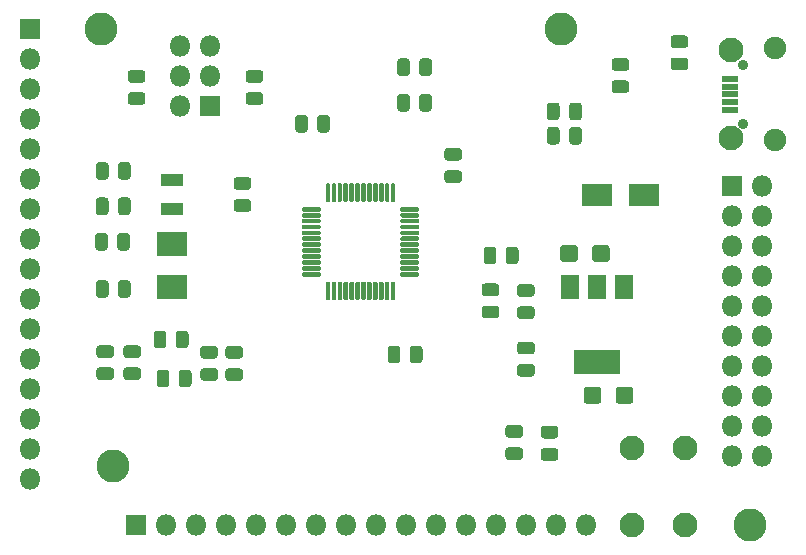
<source format=gbr>
%TF.GenerationSoftware,KiCad,Pcbnew,5.1.6-c6e7f7d~86~ubuntu20.04.1*%
%TF.CreationDate,2020-06-01T13:32:15+02:00*%
%TF.ProjectId,STM32103_Devel,53544d33-3231-4303-935f-446576656c2e,rev?*%
%TF.SameCoordinates,Original*%
%TF.FileFunction,Soldermask,Top*%
%TF.FilePolarity,Negative*%
%FSLAX46Y46*%
G04 Gerber Fmt 4.6, Leading zero omitted, Abs format (unit mm)*
G04 Created by KiCad (PCBNEW 5.1.6-c6e7f7d~86~ubuntu20.04.1) date 2020-06-01 13:32:15*
%MOMM*%
%LPD*%
G01*
G04 APERTURE LIST*
%ADD10O,1.800000X1.800000*%
%ADD11R,1.800000X1.800000*%
%ADD12C,2.800000*%
%ADD13R,1.900000X1.100000*%
%ADD14R,2.500000X2.100000*%
%ADD15R,1.600000X2.100000*%
%ADD16R,3.900000X2.100000*%
%ADD17C,2.100000*%
%ADD18C,0.900000*%
%ADD19C,1.900000*%
%ADD20R,1.400000X0.550000*%
%ADD21R,2.600000X1.900000*%
G04 APERTURE END LIST*
%TO.C,U1*%
G36*
G01*
X129050000Y-88525000D02*
X129050000Y-87150000D01*
G75*
G02*
X129150000Y-87050000I100000J0D01*
G01*
X129350000Y-87050000D01*
G75*
G02*
X129450000Y-87150000I0J-100000D01*
G01*
X129450000Y-88525000D01*
G75*
G02*
X129350000Y-88625000I-100000J0D01*
G01*
X129150000Y-88625000D01*
G75*
G02*
X129050000Y-88525000I0J100000D01*
G01*
G37*
G36*
G01*
X129550000Y-88525000D02*
X129550000Y-87150000D01*
G75*
G02*
X129650000Y-87050000I100000J0D01*
G01*
X129850000Y-87050000D01*
G75*
G02*
X129950000Y-87150000I0J-100000D01*
G01*
X129950000Y-88525000D01*
G75*
G02*
X129850000Y-88625000I-100000J0D01*
G01*
X129650000Y-88625000D01*
G75*
G02*
X129550000Y-88525000I0J100000D01*
G01*
G37*
G36*
G01*
X130050000Y-88525000D02*
X130050000Y-87150000D01*
G75*
G02*
X130150000Y-87050000I100000J0D01*
G01*
X130350000Y-87050000D01*
G75*
G02*
X130450000Y-87150000I0J-100000D01*
G01*
X130450000Y-88525000D01*
G75*
G02*
X130350000Y-88625000I-100000J0D01*
G01*
X130150000Y-88625000D01*
G75*
G02*
X130050000Y-88525000I0J100000D01*
G01*
G37*
G36*
G01*
X130550000Y-88525000D02*
X130550000Y-87150000D01*
G75*
G02*
X130650000Y-87050000I100000J0D01*
G01*
X130850000Y-87050000D01*
G75*
G02*
X130950000Y-87150000I0J-100000D01*
G01*
X130950000Y-88525000D01*
G75*
G02*
X130850000Y-88625000I-100000J0D01*
G01*
X130650000Y-88625000D01*
G75*
G02*
X130550000Y-88525000I0J100000D01*
G01*
G37*
G36*
G01*
X131050000Y-88525000D02*
X131050000Y-87150000D01*
G75*
G02*
X131150000Y-87050000I100000J0D01*
G01*
X131350000Y-87050000D01*
G75*
G02*
X131450000Y-87150000I0J-100000D01*
G01*
X131450000Y-88525000D01*
G75*
G02*
X131350000Y-88625000I-100000J0D01*
G01*
X131150000Y-88625000D01*
G75*
G02*
X131050000Y-88525000I0J100000D01*
G01*
G37*
G36*
G01*
X131550000Y-88525000D02*
X131550000Y-87150000D01*
G75*
G02*
X131650000Y-87050000I100000J0D01*
G01*
X131850000Y-87050000D01*
G75*
G02*
X131950000Y-87150000I0J-100000D01*
G01*
X131950000Y-88525000D01*
G75*
G02*
X131850000Y-88625000I-100000J0D01*
G01*
X131650000Y-88625000D01*
G75*
G02*
X131550000Y-88525000I0J100000D01*
G01*
G37*
G36*
G01*
X132050000Y-88525000D02*
X132050000Y-87150000D01*
G75*
G02*
X132150000Y-87050000I100000J0D01*
G01*
X132350000Y-87050000D01*
G75*
G02*
X132450000Y-87150000I0J-100000D01*
G01*
X132450000Y-88525000D01*
G75*
G02*
X132350000Y-88625000I-100000J0D01*
G01*
X132150000Y-88625000D01*
G75*
G02*
X132050000Y-88525000I0J100000D01*
G01*
G37*
G36*
G01*
X132550000Y-88525000D02*
X132550000Y-87150000D01*
G75*
G02*
X132650000Y-87050000I100000J0D01*
G01*
X132850000Y-87050000D01*
G75*
G02*
X132950000Y-87150000I0J-100000D01*
G01*
X132950000Y-88525000D01*
G75*
G02*
X132850000Y-88625000I-100000J0D01*
G01*
X132650000Y-88625000D01*
G75*
G02*
X132550000Y-88525000I0J100000D01*
G01*
G37*
G36*
G01*
X133050000Y-88525000D02*
X133050000Y-87150000D01*
G75*
G02*
X133150000Y-87050000I100000J0D01*
G01*
X133350000Y-87050000D01*
G75*
G02*
X133450000Y-87150000I0J-100000D01*
G01*
X133450000Y-88525000D01*
G75*
G02*
X133350000Y-88625000I-100000J0D01*
G01*
X133150000Y-88625000D01*
G75*
G02*
X133050000Y-88525000I0J100000D01*
G01*
G37*
G36*
G01*
X133550000Y-88525000D02*
X133550000Y-87150000D01*
G75*
G02*
X133650000Y-87050000I100000J0D01*
G01*
X133850000Y-87050000D01*
G75*
G02*
X133950000Y-87150000I0J-100000D01*
G01*
X133950000Y-88525000D01*
G75*
G02*
X133850000Y-88625000I-100000J0D01*
G01*
X133650000Y-88625000D01*
G75*
G02*
X133550000Y-88525000I0J100000D01*
G01*
G37*
G36*
G01*
X134050000Y-88525000D02*
X134050000Y-87150000D01*
G75*
G02*
X134150000Y-87050000I100000J0D01*
G01*
X134350000Y-87050000D01*
G75*
G02*
X134450000Y-87150000I0J-100000D01*
G01*
X134450000Y-88525000D01*
G75*
G02*
X134350000Y-88625000I-100000J0D01*
G01*
X134150000Y-88625000D01*
G75*
G02*
X134050000Y-88525000I0J100000D01*
G01*
G37*
G36*
G01*
X134550000Y-88525000D02*
X134550000Y-87150000D01*
G75*
G02*
X134650000Y-87050000I100000J0D01*
G01*
X134850000Y-87050000D01*
G75*
G02*
X134950000Y-87150000I0J-100000D01*
G01*
X134950000Y-88525000D01*
G75*
G02*
X134850000Y-88625000I-100000J0D01*
G01*
X134650000Y-88625000D01*
G75*
G02*
X134550000Y-88525000I0J100000D01*
G01*
G37*
G36*
G01*
X135375000Y-89350000D02*
X135375000Y-89150000D01*
G75*
G02*
X135475000Y-89050000I100000J0D01*
G01*
X136850000Y-89050000D01*
G75*
G02*
X136950000Y-89150000I0J-100000D01*
G01*
X136950000Y-89350000D01*
G75*
G02*
X136850000Y-89450000I-100000J0D01*
G01*
X135475000Y-89450000D01*
G75*
G02*
X135375000Y-89350000I0J100000D01*
G01*
G37*
G36*
G01*
X135375000Y-89850000D02*
X135375000Y-89650000D01*
G75*
G02*
X135475000Y-89550000I100000J0D01*
G01*
X136850000Y-89550000D01*
G75*
G02*
X136950000Y-89650000I0J-100000D01*
G01*
X136950000Y-89850000D01*
G75*
G02*
X136850000Y-89950000I-100000J0D01*
G01*
X135475000Y-89950000D01*
G75*
G02*
X135375000Y-89850000I0J100000D01*
G01*
G37*
G36*
G01*
X135375000Y-90350000D02*
X135375000Y-90150000D01*
G75*
G02*
X135475000Y-90050000I100000J0D01*
G01*
X136850000Y-90050000D01*
G75*
G02*
X136950000Y-90150000I0J-100000D01*
G01*
X136950000Y-90350000D01*
G75*
G02*
X136850000Y-90450000I-100000J0D01*
G01*
X135475000Y-90450000D01*
G75*
G02*
X135375000Y-90350000I0J100000D01*
G01*
G37*
G36*
G01*
X135375000Y-90850000D02*
X135375000Y-90650000D01*
G75*
G02*
X135475000Y-90550000I100000J0D01*
G01*
X136850000Y-90550000D01*
G75*
G02*
X136950000Y-90650000I0J-100000D01*
G01*
X136950000Y-90850000D01*
G75*
G02*
X136850000Y-90950000I-100000J0D01*
G01*
X135475000Y-90950000D01*
G75*
G02*
X135375000Y-90850000I0J100000D01*
G01*
G37*
G36*
G01*
X135375000Y-91350000D02*
X135375000Y-91150000D01*
G75*
G02*
X135475000Y-91050000I100000J0D01*
G01*
X136850000Y-91050000D01*
G75*
G02*
X136950000Y-91150000I0J-100000D01*
G01*
X136950000Y-91350000D01*
G75*
G02*
X136850000Y-91450000I-100000J0D01*
G01*
X135475000Y-91450000D01*
G75*
G02*
X135375000Y-91350000I0J100000D01*
G01*
G37*
G36*
G01*
X135375000Y-91850000D02*
X135375000Y-91650000D01*
G75*
G02*
X135475000Y-91550000I100000J0D01*
G01*
X136850000Y-91550000D01*
G75*
G02*
X136950000Y-91650000I0J-100000D01*
G01*
X136950000Y-91850000D01*
G75*
G02*
X136850000Y-91950000I-100000J0D01*
G01*
X135475000Y-91950000D01*
G75*
G02*
X135375000Y-91850000I0J100000D01*
G01*
G37*
G36*
G01*
X135375000Y-92350000D02*
X135375000Y-92150000D01*
G75*
G02*
X135475000Y-92050000I100000J0D01*
G01*
X136850000Y-92050000D01*
G75*
G02*
X136950000Y-92150000I0J-100000D01*
G01*
X136950000Y-92350000D01*
G75*
G02*
X136850000Y-92450000I-100000J0D01*
G01*
X135475000Y-92450000D01*
G75*
G02*
X135375000Y-92350000I0J100000D01*
G01*
G37*
G36*
G01*
X135375000Y-92850000D02*
X135375000Y-92650000D01*
G75*
G02*
X135475000Y-92550000I100000J0D01*
G01*
X136850000Y-92550000D01*
G75*
G02*
X136950000Y-92650000I0J-100000D01*
G01*
X136950000Y-92850000D01*
G75*
G02*
X136850000Y-92950000I-100000J0D01*
G01*
X135475000Y-92950000D01*
G75*
G02*
X135375000Y-92850000I0J100000D01*
G01*
G37*
G36*
G01*
X135375000Y-93350000D02*
X135375000Y-93150000D01*
G75*
G02*
X135475000Y-93050000I100000J0D01*
G01*
X136850000Y-93050000D01*
G75*
G02*
X136950000Y-93150000I0J-100000D01*
G01*
X136950000Y-93350000D01*
G75*
G02*
X136850000Y-93450000I-100000J0D01*
G01*
X135475000Y-93450000D01*
G75*
G02*
X135375000Y-93350000I0J100000D01*
G01*
G37*
G36*
G01*
X135375000Y-93850000D02*
X135375000Y-93650000D01*
G75*
G02*
X135475000Y-93550000I100000J0D01*
G01*
X136850000Y-93550000D01*
G75*
G02*
X136950000Y-93650000I0J-100000D01*
G01*
X136950000Y-93850000D01*
G75*
G02*
X136850000Y-93950000I-100000J0D01*
G01*
X135475000Y-93950000D01*
G75*
G02*
X135375000Y-93850000I0J100000D01*
G01*
G37*
G36*
G01*
X135375000Y-94350000D02*
X135375000Y-94150000D01*
G75*
G02*
X135475000Y-94050000I100000J0D01*
G01*
X136850000Y-94050000D01*
G75*
G02*
X136950000Y-94150000I0J-100000D01*
G01*
X136950000Y-94350000D01*
G75*
G02*
X136850000Y-94450000I-100000J0D01*
G01*
X135475000Y-94450000D01*
G75*
G02*
X135375000Y-94350000I0J100000D01*
G01*
G37*
G36*
G01*
X135375000Y-94850000D02*
X135375000Y-94650000D01*
G75*
G02*
X135475000Y-94550000I100000J0D01*
G01*
X136850000Y-94550000D01*
G75*
G02*
X136950000Y-94650000I0J-100000D01*
G01*
X136950000Y-94850000D01*
G75*
G02*
X136850000Y-94950000I-100000J0D01*
G01*
X135475000Y-94950000D01*
G75*
G02*
X135375000Y-94850000I0J100000D01*
G01*
G37*
G36*
G01*
X134550000Y-96850000D02*
X134550000Y-95475000D01*
G75*
G02*
X134650000Y-95375000I100000J0D01*
G01*
X134850000Y-95375000D01*
G75*
G02*
X134950000Y-95475000I0J-100000D01*
G01*
X134950000Y-96850000D01*
G75*
G02*
X134850000Y-96950000I-100000J0D01*
G01*
X134650000Y-96950000D01*
G75*
G02*
X134550000Y-96850000I0J100000D01*
G01*
G37*
G36*
G01*
X134050000Y-96850000D02*
X134050000Y-95475000D01*
G75*
G02*
X134150000Y-95375000I100000J0D01*
G01*
X134350000Y-95375000D01*
G75*
G02*
X134450000Y-95475000I0J-100000D01*
G01*
X134450000Y-96850000D01*
G75*
G02*
X134350000Y-96950000I-100000J0D01*
G01*
X134150000Y-96950000D01*
G75*
G02*
X134050000Y-96850000I0J100000D01*
G01*
G37*
G36*
G01*
X133550000Y-96850000D02*
X133550000Y-95475000D01*
G75*
G02*
X133650000Y-95375000I100000J0D01*
G01*
X133850000Y-95375000D01*
G75*
G02*
X133950000Y-95475000I0J-100000D01*
G01*
X133950000Y-96850000D01*
G75*
G02*
X133850000Y-96950000I-100000J0D01*
G01*
X133650000Y-96950000D01*
G75*
G02*
X133550000Y-96850000I0J100000D01*
G01*
G37*
G36*
G01*
X133050000Y-96850000D02*
X133050000Y-95475000D01*
G75*
G02*
X133150000Y-95375000I100000J0D01*
G01*
X133350000Y-95375000D01*
G75*
G02*
X133450000Y-95475000I0J-100000D01*
G01*
X133450000Y-96850000D01*
G75*
G02*
X133350000Y-96950000I-100000J0D01*
G01*
X133150000Y-96950000D01*
G75*
G02*
X133050000Y-96850000I0J100000D01*
G01*
G37*
G36*
G01*
X132550000Y-96850000D02*
X132550000Y-95475000D01*
G75*
G02*
X132650000Y-95375000I100000J0D01*
G01*
X132850000Y-95375000D01*
G75*
G02*
X132950000Y-95475000I0J-100000D01*
G01*
X132950000Y-96850000D01*
G75*
G02*
X132850000Y-96950000I-100000J0D01*
G01*
X132650000Y-96950000D01*
G75*
G02*
X132550000Y-96850000I0J100000D01*
G01*
G37*
G36*
G01*
X132050000Y-96850000D02*
X132050000Y-95475000D01*
G75*
G02*
X132150000Y-95375000I100000J0D01*
G01*
X132350000Y-95375000D01*
G75*
G02*
X132450000Y-95475000I0J-100000D01*
G01*
X132450000Y-96850000D01*
G75*
G02*
X132350000Y-96950000I-100000J0D01*
G01*
X132150000Y-96950000D01*
G75*
G02*
X132050000Y-96850000I0J100000D01*
G01*
G37*
G36*
G01*
X131550000Y-96850000D02*
X131550000Y-95475000D01*
G75*
G02*
X131650000Y-95375000I100000J0D01*
G01*
X131850000Y-95375000D01*
G75*
G02*
X131950000Y-95475000I0J-100000D01*
G01*
X131950000Y-96850000D01*
G75*
G02*
X131850000Y-96950000I-100000J0D01*
G01*
X131650000Y-96950000D01*
G75*
G02*
X131550000Y-96850000I0J100000D01*
G01*
G37*
G36*
G01*
X131050000Y-96850000D02*
X131050000Y-95475000D01*
G75*
G02*
X131150000Y-95375000I100000J0D01*
G01*
X131350000Y-95375000D01*
G75*
G02*
X131450000Y-95475000I0J-100000D01*
G01*
X131450000Y-96850000D01*
G75*
G02*
X131350000Y-96950000I-100000J0D01*
G01*
X131150000Y-96950000D01*
G75*
G02*
X131050000Y-96850000I0J100000D01*
G01*
G37*
G36*
G01*
X130550000Y-96850000D02*
X130550000Y-95475000D01*
G75*
G02*
X130650000Y-95375000I100000J0D01*
G01*
X130850000Y-95375000D01*
G75*
G02*
X130950000Y-95475000I0J-100000D01*
G01*
X130950000Y-96850000D01*
G75*
G02*
X130850000Y-96950000I-100000J0D01*
G01*
X130650000Y-96950000D01*
G75*
G02*
X130550000Y-96850000I0J100000D01*
G01*
G37*
G36*
G01*
X130050000Y-96850000D02*
X130050000Y-95475000D01*
G75*
G02*
X130150000Y-95375000I100000J0D01*
G01*
X130350000Y-95375000D01*
G75*
G02*
X130450000Y-95475000I0J-100000D01*
G01*
X130450000Y-96850000D01*
G75*
G02*
X130350000Y-96950000I-100000J0D01*
G01*
X130150000Y-96950000D01*
G75*
G02*
X130050000Y-96850000I0J100000D01*
G01*
G37*
G36*
G01*
X129550000Y-96850000D02*
X129550000Y-95475000D01*
G75*
G02*
X129650000Y-95375000I100000J0D01*
G01*
X129850000Y-95375000D01*
G75*
G02*
X129950000Y-95475000I0J-100000D01*
G01*
X129950000Y-96850000D01*
G75*
G02*
X129850000Y-96950000I-100000J0D01*
G01*
X129650000Y-96950000D01*
G75*
G02*
X129550000Y-96850000I0J100000D01*
G01*
G37*
G36*
G01*
X129050000Y-96850000D02*
X129050000Y-95475000D01*
G75*
G02*
X129150000Y-95375000I100000J0D01*
G01*
X129350000Y-95375000D01*
G75*
G02*
X129450000Y-95475000I0J-100000D01*
G01*
X129450000Y-96850000D01*
G75*
G02*
X129350000Y-96950000I-100000J0D01*
G01*
X129150000Y-96950000D01*
G75*
G02*
X129050000Y-96850000I0J100000D01*
G01*
G37*
G36*
G01*
X127050000Y-94850000D02*
X127050000Y-94650000D01*
G75*
G02*
X127150000Y-94550000I100000J0D01*
G01*
X128525000Y-94550000D01*
G75*
G02*
X128625000Y-94650000I0J-100000D01*
G01*
X128625000Y-94850000D01*
G75*
G02*
X128525000Y-94950000I-100000J0D01*
G01*
X127150000Y-94950000D01*
G75*
G02*
X127050000Y-94850000I0J100000D01*
G01*
G37*
G36*
G01*
X127050000Y-94350000D02*
X127050000Y-94150000D01*
G75*
G02*
X127150000Y-94050000I100000J0D01*
G01*
X128525000Y-94050000D01*
G75*
G02*
X128625000Y-94150000I0J-100000D01*
G01*
X128625000Y-94350000D01*
G75*
G02*
X128525000Y-94450000I-100000J0D01*
G01*
X127150000Y-94450000D01*
G75*
G02*
X127050000Y-94350000I0J100000D01*
G01*
G37*
G36*
G01*
X127050000Y-93850000D02*
X127050000Y-93650000D01*
G75*
G02*
X127150000Y-93550000I100000J0D01*
G01*
X128525000Y-93550000D01*
G75*
G02*
X128625000Y-93650000I0J-100000D01*
G01*
X128625000Y-93850000D01*
G75*
G02*
X128525000Y-93950000I-100000J0D01*
G01*
X127150000Y-93950000D01*
G75*
G02*
X127050000Y-93850000I0J100000D01*
G01*
G37*
G36*
G01*
X127050000Y-93350000D02*
X127050000Y-93150000D01*
G75*
G02*
X127150000Y-93050000I100000J0D01*
G01*
X128525000Y-93050000D01*
G75*
G02*
X128625000Y-93150000I0J-100000D01*
G01*
X128625000Y-93350000D01*
G75*
G02*
X128525000Y-93450000I-100000J0D01*
G01*
X127150000Y-93450000D01*
G75*
G02*
X127050000Y-93350000I0J100000D01*
G01*
G37*
G36*
G01*
X127050000Y-92850000D02*
X127050000Y-92650000D01*
G75*
G02*
X127150000Y-92550000I100000J0D01*
G01*
X128525000Y-92550000D01*
G75*
G02*
X128625000Y-92650000I0J-100000D01*
G01*
X128625000Y-92850000D01*
G75*
G02*
X128525000Y-92950000I-100000J0D01*
G01*
X127150000Y-92950000D01*
G75*
G02*
X127050000Y-92850000I0J100000D01*
G01*
G37*
G36*
G01*
X127050000Y-92350000D02*
X127050000Y-92150000D01*
G75*
G02*
X127150000Y-92050000I100000J0D01*
G01*
X128525000Y-92050000D01*
G75*
G02*
X128625000Y-92150000I0J-100000D01*
G01*
X128625000Y-92350000D01*
G75*
G02*
X128525000Y-92450000I-100000J0D01*
G01*
X127150000Y-92450000D01*
G75*
G02*
X127050000Y-92350000I0J100000D01*
G01*
G37*
G36*
G01*
X127050000Y-91850000D02*
X127050000Y-91650000D01*
G75*
G02*
X127150000Y-91550000I100000J0D01*
G01*
X128525000Y-91550000D01*
G75*
G02*
X128625000Y-91650000I0J-100000D01*
G01*
X128625000Y-91850000D01*
G75*
G02*
X128525000Y-91950000I-100000J0D01*
G01*
X127150000Y-91950000D01*
G75*
G02*
X127050000Y-91850000I0J100000D01*
G01*
G37*
G36*
G01*
X127050000Y-91350000D02*
X127050000Y-91150000D01*
G75*
G02*
X127150000Y-91050000I100000J0D01*
G01*
X128525000Y-91050000D01*
G75*
G02*
X128625000Y-91150000I0J-100000D01*
G01*
X128625000Y-91350000D01*
G75*
G02*
X128525000Y-91450000I-100000J0D01*
G01*
X127150000Y-91450000D01*
G75*
G02*
X127050000Y-91350000I0J100000D01*
G01*
G37*
G36*
G01*
X127050000Y-90850000D02*
X127050000Y-90650000D01*
G75*
G02*
X127150000Y-90550000I100000J0D01*
G01*
X128525000Y-90550000D01*
G75*
G02*
X128625000Y-90650000I0J-100000D01*
G01*
X128625000Y-90850000D01*
G75*
G02*
X128525000Y-90950000I-100000J0D01*
G01*
X127150000Y-90950000D01*
G75*
G02*
X127050000Y-90850000I0J100000D01*
G01*
G37*
G36*
G01*
X127050000Y-90350000D02*
X127050000Y-90150000D01*
G75*
G02*
X127150000Y-90050000I100000J0D01*
G01*
X128525000Y-90050000D01*
G75*
G02*
X128625000Y-90150000I0J-100000D01*
G01*
X128625000Y-90350000D01*
G75*
G02*
X128525000Y-90450000I-100000J0D01*
G01*
X127150000Y-90450000D01*
G75*
G02*
X127050000Y-90350000I0J100000D01*
G01*
G37*
G36*
G01*
X127050000Y-89850000D02*
X127050000Y-89650000D01*
G75*
G02*
X127150000Y-89550000I100000J0D01*
G01*
X128525000Y-89550000D01*
G75*
G02*
X128625000Y-89650000I0J-100000D01*
G01*
X128625000Y-89850000D01*
G75*
G02*
X128525000Y-89950000I-100000J0D01*
G01*
X127150000Y-89950000D01*
G75*
G02*
X127050000Y-89850000I0J100000D01*
G01*
G37*
G36*
G01*
X127050000Y-89350000D02*
X127050000Y-89150000D01*
G75*
G02*
X127150000Y-89050000I100000J0D01*
G01*
X128525000Y-89050000D01*
G75*
G02*
X128625000Y-89150000I0J-100000D01*
G01*
X128625000Y-89350000D01*
G75*
G02*
X128525000Y-89450000I-100000J0D01*
G01*
X127150000Y-89450000D01*
G75*
G02*
X127050000Y-89350000I0J100000D01*
G01*
G37*
%TD*%
%TO.C,C7*%
G36*
G01*
X127537500Y-81518750D02*
X127537500Y-82481250D01*
G75*
G02*
X127268750Y-82750000I-268750J0D01*
G01*
X126731250Y-82750000D01*
G75*
G02*
X126462500Y-82481250I0J268750D01*
G01*
X126462500Y-81518750D01*
G75*
G02*
X126731250Y-81250000I268750J0D01*
G01*
X127268750Y-81250000D01*
G75*
G02*
X127537500Y-81518750I0J-268750D01*
G01*
G37*
G36*
G01*
X129412500Y-81518750D02*
X129412500Y-82481250D01*
G75*
G02*
X129143750Y-82750000I-268750J0D01*
G01*
X128606250Y-82750000D01*
G75*
G02*
X128337500Y-82481250I0J268750D01*
G01*
X128337500Y-81518750D01*
G75*
G02*
X128606250Y-81250000I268750J0D01*
G01*
X129143750Y-81250000D01*
G75*
G02*
X129412500Y-81518750I0J-268750D01*
G01*
G37*
%TD*%
D10*
%TO.C,J5*%
X151100000Y-116000000D03*
X148560000Y-116000000D03*
X146020000Y-116000000D03*
X143480000Y-116000000D03*
X140940000Y-116000000D03*
X138400000Y-116000000D03*
X135860000Y-116000000D03*
X133320000Y-116000000D03*
X130780000Y-116000000D03*
X128240000Y-116000000D03*
X125700000Y-116000000D03*
X123160000Y-116000000D03*
X120620000Y-116000000D03*
X118080000Y-116000000D03*
X115540000Y-116000000D03*
D11*
X113000000Y-116000000D03*
%TD*%
D10*
%TO.C,J3*%
X166002000Y-110180000D03*
X163462000Y-110180000D03*
X166002000Y-107640000D03*
X163462000Y-107640000D03*
X166002000Y-105100000D03*
X163462000Y-105100000D03*
X166002000Y-102560000D03*
X163462000Y-102560000D03*
X166002000Y-100020000D03*
X163462000Y-100020000D03*
X166002000Y-97480000D03*
X163462000Y-97480000D03*
X166002000Y-94940000D03*
X163462000Y-94940000D03*
X166002000Y-92400000D03*
X163462000Y-92400000D03*
X166002000Y-89860000D03*
X163462000Y-89860000D03*
X166002000Y-87320000D03*
D11*
X163462000Y-87320000D03*
%TD*%
D10*
%TO.C,J4*%
X104000000Y-112100000D03*
X104000000Y-109560000D03*
X104000000Y-107020000D03*
X104000000Y-104480000D03*
X104000000Y-101940000D03*
X104000000Y-99400000D03*
X104000000Y-96860000D03*
X104000000Y-94320000D03*
X104000000Y-91780000D03*
X104000000Y-89240000D03*
X104000000Y-86700000D03*
X104000000Y-84160000D03*
X104000000Y-81620000D03*
X104000000Y-79080000D03*
X104000000Y-76540000D03*
D11*
X104000000Y-74000000D03*
%TD*%
D12*
%TO.C,H4*%
X111000000Y-111000000D03*
%TD*%
%TO.C,H3*%
X110000000Y-74000000D03*
%TD*%
%TO.C,H2*%
X165000000Y-116000000D03*
%TD*%
%TO.C,H1*%
X149000000Y-74000000D03*
%TD*%
D13*
%TO.C,Y2*%
X116000000Y-86750000D03*
X116000000Y-89250000D03*
%TD*%
D14*
%TO.C,Y1*%
X116000000Y-95850000D03*
X116000000Y-92150000D03*
%TD*%
D15*
%TO.C,U2*%
X154300000Y-95850000D03*
X149700000Y-95850000D03*
X152000000Y-95850000D03*
D16*
X152000000Y-102150000D03*
%TD*%
D17*
%TO.C,SW1*%
X155000000Y-109500000D03*
X159500000Y-109500000D03*
X155000000Y-116000000D03*
X159500000Y-116000000D03*
%TD*%
%TO.C,R10*%
G36*
G01*
X148854000Y-82534750D02*
X148854000Y-83497250D01*
G75*
G02*
X148585250Y-83766000I-268750J0D01*
G01*
X148047750Y-83766000D01*
G75*
G02*
X147779000Y-83497250I0J268750D01*
G01*
X147779000Y-82534750D01*
G75*
G02*
X148047750Y-82266000I268750J0D01*
G01*
X148585250Y-82266000D01*
G75*
G02*
X148854000Y-82534750I0J-268750D01*
G01*
G37*
G36*
G01*
X150729000Y-82534750D02*
X150729000Y-83497250D01*
G75*
G02*
X150460250Y-83766000I-268750J0D01*
G01*
X149922750Y-83766000D01*
G75*
G02*
X149654000Y-83497250I0J268750D01*
G01*
X149654000Y-82534750D01*
G75*
G02*
X149922750Y-82266000I268750J0D01*
G01*
X150460250Y-82266000D01*
G75*
G02*
X150729000Y-82534750I0J-268750D01*
G01*
G37*
%TD*%
%TO.C,R9*%
G36*
G01*
X149654000Y-81451250D02*
X149654000Y-80488750D01*
G75*
G02*
X149922750Y-80220000I268750J0D01*
G01*
X150460250Y-80220000D01*
G75*
G02*
X150729000Y-80488750I0J-268750D01*
G01*
X150729000Y-81451250D01*
G75*
G02*
X150460250Y-81720000I-268750J0D01*
G01*
X149922750Y-81720000D01*
G75*
G02*
X149654000Y-81451250I0J268750D01*
G01*
G37*
G36*
G01*
X147779000Y-81451250D02*
X147779000Y-80488750D01*
G75*
G02*
X148047750Y-80220000I268750J0D01*
G01*
X148585250Y-80220000D01*
G75*
G02*
X148854000Y-80488750I0J-268750D01*
G01*
X148854000Y-81451250D01*
G75*
G02*
X148585250Y-81720000I-268750J0D01*
G01*
X148047750Y-81720000D01*
G75*
G02*
X147779000Y-81451250I0J268750D01*
G01*
G37*
%TD*%
%TO.C,R8*%
G36*
G01*
X154481250Y-77537500D02*
X153518750Y-77537500D01*
G75*
G02*
X153250000Y-77268750I0J268750D01*
G01*
X153250000Y-76731250D01*
G75*
G02*
X153518750Y-76462500I268750J0D01*
G01*
X154481250Y-76462500D01*
G75*
G02*
X154750000Y-76731250I0J-268750D01*
G01*
X154750000Y-77268750D01*
G75*
G02*
X154481250Y-77537500I-268750J0D01*
G01*
G37*
G36*
G01*
X154481250Y-79412500D02*
X153518750Y-79412500D01*
G75*
G02*
X153250000Y-79143750I0J268750D01*
G01*
X153250000Y-78606250D01*
G75*
G02*
X153518750Y-78337500I268750J0D01*
G01*
X154481250Y-78337500D01*
G75*
G02*
X154750000Y-78606250I0J-268750D01*
G01*
X154750000Y-79143750D01*
G75*
G02*
X154481250Y-79412500I-268750J0D01*
G01*
G37*
%TD*%
%TO.C,R7*%
G36*
G01*
X159481250Y-75600000D02*
X158518750Y-75600000D01*
G75*
G02*
X158250000Y-75331250I0J268750D01*
G01*
X158250000Y-74793750D01*
G75*
G02*
X158518750Y-74525000I268750J0D01*
G01*
X159481250Y-74525000D01*
G75*
G02*
X159750000Y-74793750I0J-268750D01*
G01*
X159750000Y-75331250D01*
G75*
G02*
X159481250Y-75600000I-268750J0D01*
G01*
G37*
G36*
G01*
X159481250Y-77475000D02*
X158518750Y-77475000D01*
G75*
G02*
X158250000Y-77206250I0J268750D01*
G01*
X158250000Y-76668750D01*
G75*
G02*
X158518750Y-76400000I268750J0D01*
G01*
X159481250Y-76400000D01*
G75*
G02*
X159750000Y-76668750I0J-268750D01*
G01*
X159750000Y-77206250D01*
G75*
G02*
X159481250Y-77475000I-268750J0D01*
G01*
G37*
%TD*%
%TO.C,R6*%
G36*
G01*
X136172000Y-76740750D02*
X136172000Y-77703250D01*
G75*
G02*
X135903250Y-77972000I-268750J0D01*
G01*
X135365750Y-77972000D01*
G75*
G02*
X135097000Y-77703250I0J268750D01*
G01*
X135097000Y-76740750D01*
G75*
G02*
X135365750Y-76472000I268750J0D01*
G01*
X135903250Y-76472000D01*
G75*
G02*
X136172000Y-76740750I0J-268750D01*
G01*
G37*
G36*
G01*
X138047000Y-76740750D02*
X138047000Y-77703250D01*
G75*
G02*
X137778250Y-77972000I-268750J0D01*
G01*
X137240750Y-77972000D01*
G75*
G02*
X136972000Y-77703250I0J268750D01*
G01*
X136972000Y-76740750D01*
G75*
G02*
X137240750Y-76472000I268750J0D01*
G01*
X137778250Y-76472000D01*
G75*
G02*
X138047000Y-76740750I0J-268750D01*
G01*
G37*
%TD*%
%TO.C,R5*%
G36*
G01*
X112561750Y-79337500D02*
X113524250Y-79337500D01*
G75*
G02*
X113793000Y-79606250I0J-268750D01*
G01*
X113793000Y-80143750D01*
G75*
G02*
X113524250Y-80412500I-268750J0D01*
G01*
X112561750Y-80412500D01*
G75*
G02*
X112293000Y-80143750I0J268750D01*
G01*
X112293000Y-79606250D01*
G75*
G02*
X112561750Y-79337500I268750J0D01*
G01*
G37*
G36*
G01*
X112561750Y-77462500D02*
X113524250Y-77462500D01*
G75*
G02*
X113793000Y-77731250I0J-268750D01*
G01*
X113793000Y-78268750D01*
G75*
G02*
X113524250Y-78537500I-268750J0D01*
G01*
X112561750Y-78537500D01*
G75*
G02*
X112293000Y-78268750I0J268750D01*
G01*
X112293000Y-77731250D01*
G75*
G02*
X112561750Y-77462500I268750J0D01*
G01*
G37*
%TD*%
%TO.C,R4*%
G36*
G01*
X146481250Y-101537500D02*
X145518750Y-101537500D01*
G75*
G02*
X145250000Y-101268750I0J268750D01*
G01*
X145250000Y-100731250D01*
G75*
G02*
X145518750Y-100462500I268750J0D01*
G01*
X146481250Y-100462500D01*
G75*
G02*
X146750000Y-100731250I0J-268750D01*
G01*
X146750000Y-101268750D01*
G75*
G02*
X146481250Y-101537500I-268750J0D01*
G01*
G37*
G36*
G01*
X146481250Y-103412500D02*
X145518750Y-103412500D01*
G75*
G02*
X145250000Y-103143750I0J268750D01*
G01*
X145250000Y-102606250D01*
G75*
G02*
X145518750Y-102337500I268750J0D01*
G01*
X146481250Y-102337500D01*
G75*
G02*
X146750000Y-102606250I0J-268750D01*
G01*
X146750000Y-103143750D01*
G75*
G02*
X146481250Y-103412500I-268750J0D01*
G01*
G37*
%TD*%
%TO.C,R3*%
G36*
G01*
X147518750Y-109462500D02*
X148481250Y-109462500D01*
G75*
G02*
X148750000Y-109731250I0J-268750D01*
G01*
X148750000Y-110268750D01*
G75*
G02*
X148481250Y-110537500I-268750J0D01*
G01*
X147518750Y-110537500D01*
G75*
G02*
X147250000Y-110268750I0J268750D01*
G01*
X147250000Y-109731250D01*
G75*
G02*
X147518750Y-109462500I268750J0D01*
G01*
G37*
G36*
G01*
X147518750Y-107587500D02*
X148481250Y-107587500D01*
G75*
G02*
X148750000Y-107856250I0J-268750D01*
G01*
X148750000Y-108393750D01*
G75*
G02*
X148481250Y-108662500I-268750J0D01*
G01*
X147518750Y-108662500D01*
G75*
G02*
X147250000Y-108393750I0J268750D01*
G01*
X147250000Y-107856250D01*
G75*
G02*
X147518750Y-107587500I268750J0D01*
G01*
G37*
%TD*%
%TO.C,R2*%
G36*
G01*
X143504000Y-92680750D02*
X143504000Y-93643250D01*
G75*
G02*
X143235250Y-93912000I-268750J0D01*
G01*
X142697750Y-93912000D01*
G75*
G02*
X142429000Y-93643250I0J268750D01*
G01*
X142429000Y-92680750D01*
G75*
G02*
X142697750Y-92412000I268750J0D01*
G01*
X143235250Y-92412000D01*
G75*
G02*
X143504000Y-92680750I0J-268750D01*
G01*
G37*
G36*
G01*
X145379000Y-92680750D02*
X145379000Y-93643250D01*
G75*
G02*
X145110250Y-93912000I-268750J0D01*
G01*
X144572750Y-93912000D01*
G75*
G02*
X144304000Y-93643250I0J268750D01*
G01*
X144304000Y-92680750D01*
G75*
G02*
X144572750Y-92412000I268750J0D01*
G01*
X145110250Y-92412000D01*
G75*
G02*
X145379000Y-92680750I0J-268750D01*
G01*
G37*
%TD*%
%TO.C,R1*%
G36*
G01*
X122531250Y-79338000D02*
X123493750Y-79338000D01*
G75*
G02*
X123762500Y-79606750I0J-268750D01*
G01*
X123762500Y-80144250D01*
G75*
G02*
X123493750Y-80413000I-268750J0D01*
G01*
X122531250Y-80413000D01*
G75*
G02*
X122262500Y-80144250I0J268750D01*
G01*
X122262500Y-79606750D01*
G75*
G02*
X122531250Y-79338000I268750J0D01*
G01*
G37*
G36*
G01*
X122531250Y-77463000D02*
X123493750Y-77463000D01*
G75*
G02*
X123762500Y-77731750I0J-268750D01*
G01*
X123762500Y-78269250D01*
G75*
G02*
X123493750Y-78538000I-268750J0D01*
G01*
X122531250Y-78538000D01*
G75*
G02*
X122262500Y-78269250I0J268750D01*
G01*
X122262500Y-77731750D01*
G75*
G02*
X122531250Y-77463000I268750J0D01*
G01*
G37*
%TD*%
%TO.C,L2*%
G36*
G01*
X115564000Y-99792750D02*
X115564000Y-100755250D01*
G75*
G02*
X115295250Y-101024000I-268750J0D01*
G01*
X114757750Y-101024000D01*
G75*
G02*
X114489000Y-100755250I0J268750D01*
G01*
X114489000Y-99792750D01*
G75*
G02*
X114757750Y-99524000I268750J0D01*
G01*
X115295250Y-99524000D01*
G75*
G02*
X115564000Y-99792750I0J-268750D01*
G01*
G37*
G36*
G01*
X117439000Y-99792750D02*
X117439000Y-100755250D01*
G75*
G02*
X117170250Y-101024000I-268750J0D01*
G01*
X116632750Y-101024000D01*
G75*
G02*
X116364000Y-100755250I0J268750D01*
G01*
X116364000Y-99792750D01*
G75*
G02*
X116632750Y-99524000I268750J0D01*
G01*
X117170250Y-99524000D01*
G75*
G02*
X117439000Y-99792750I0J-268750D01*
G01*
G37*
%TD*%
%TO.C,L1*%
G36*
G01*
X115818000Y-103094750D02*
X115818000Y-104057250D01*
G75*
G02*
X115549250Y-104326000I-268750J0D01*
G01*
X115011750Y-104326000D01*
G75*
G02*
X114743000Y-104057250I0J268750D01*
G01*
X114743000Y-103094750D01*
G75*
G02*
X115011750Y-102826000I268750J0D01*
G01*
X115549250Y-102826000D01*
G75*
G02*
X115818000Y-103094750I0J-268750D01*
G01*
G37*
G36*
G01*
X117693000Y-103094750D02*
X117693000Y-104057250D01*
G75*
G02*
X117424250Y-104326000I-268750J0D01*
G01*
X116886750Y-104326000D01*
G75*
G02*
X116618000Y-104057250I0J268750D01*
G01*
X116618000Y-103094750D01*
G75*
G02*
X116886750Y-102826000I268750J0D01*
G01*
X117424250Y-102826000D01*
G75*
G02*
X117693000Y-103094750I0J-268750D01*
G01*
G37*
%TD*%
D18*
%TO.C,J2*%
X164376500Y-77009500D03*
X164376500Y-82009500D03*
D19*
X167126500Y-75634500D03*
X167126500Y-83384500D03*
D17*
X163326500Y-75784500D03*
X163326500Y-83234500D03*
D20*
X163276500Y-78209500D03*
X163276500Y-78859500D03*
X163276500Y-79509500D03*
X163276500Y-80159500D03*
X163276500Y-80809500D03*
%TD*%
D10*
%TO.C,J1*%
X116726000Y-75445500D03*
X119266000Y-75445500D03*
X116726000Y-77985500D03*
X119266000Y-77985500D03*
X116726000Y-80525500D03*
D11*
X119266000Y-80525500D03*
%TD*%
D21*
%TO.C,D4*%
X156000000Y-88000000D03*
X152000000Y-88000000D03*
%TD*%
%TO.C,D3*%
G36*
G01*
X136172000Y-79740750D02*
X136172000Y-80703250D01*
G75*
G02*
X135903250Y-80972000I-268750J0D01*
G01*
X135365750Y-80972000D01*
G75*
G02*
X135097000Y-80703250I0J268750D01*
G01*
X135097000Y-79740750D01*
G75*
G02*
X135365750Y-79472000I268750J0D01*
G01*
X135903250Y-79472000D01*
G75*
G02*
X136172000Y-79740750I0J-268750D01*
G01*
G37*
G36*
G01*
X138047000Y-79740750D02*
X138047000Y-80703250D01*
G75*
G02*
X137778250Y-80972000I-268750J0D01*
G01*
X137240750Y-80972000D01*
G75*
G02*
X136972000Y-80703250I0J268750D01*
G01*
X136972000Y-79740750D01*
G75*
G02*
X137240750Y-79472000I268750J0D01*
G01*
X137778250Y-79472000D01*
G75*
G02*
X138047000Y-79740750I0J-268750D01*
G01*
G37*
%TD*%
%TO.C,D2*%
G36*
G01*
X145518750Y-97462500D02*
X146481250Y-97462500D01*
G75*
G02*
X146750000Y-97731250I0J-268750D01*
G01*
X146750000Y-98268750D01*
G75*
G02*
X146481250Y-98537500I-268750J0D01*
G01*
X145518750Y-98537500D01*
G75*
G02*
X145250000Y-98268750I0J268750D01*
G01*
X145250000Y-97731250D01*
G75*
G02*
X145518750Y-97462500I268750J0D01*
G01*
G37*
G36*
G01*
X145518750Y-95587500D02*
X146481250Y-95587500D01*
G75*
G02*
X146750000Y-95856250I0J-268750D01*
G01*
X146750000Y-96393750D01*
G75*
G02*
X146481250Y-96662500I-268750J0D01*
G01*
X145518750Y-96662500D01*
G75*
G02*
X145250000Y-96393750I0J268750D01*
G01*
X145250000Y-95856250D01*
G75*
G02*
X145518750Y-95587500I268750J0D01*
G01*
G37*
%TD*%
%TO.C,D1*%
G36*
G01*
X143481250Y-96600000D02*
X142518750Y-96600000D01*
G75*
G02*
X142250000Y-96331250I0J268750D01*
G01*
X142250000Y-95793750D01*
G75*
G02*
X142518750Y-95525000I268750J0D01*
G01*
X143481250Y-95525000D01*
G75*
G02*
X143750000Y-95793750I0J-268750D01*
G01*
X143750000Y-96331250D01*
G75*
G02*
X143481250Y-96600000I-268750J0D01*
G01*
G37*
G36*
G01*
X143481250Y-98475000D02*
X142518750Y-98475000D01*
G75*
G02*
X142250000Y-98206250I0J268750D01*
G01*
X142250000Y-97668750D01*
G75*
G02*
X142518750Y-97400000I268750J0D01*
G01*
X143481250Y-97400000D01*
G75*
G02*
X143750000Y-97668750I0J-268750D01*
G01*
X143750000Y-98206250D01*
G75*
G02*
X143481250Y-98475000I-268750J0D01*
G01*
G37*
%TD*%
%TO.C,C15*%
G36*
G01*
X121779250Y-101906000D02*
X120816750Y-101906000D01*
G75*
G02*
X120548000Y-101637250I0J268750D01*
G01*
X120548000Y-101099750D01*
G75*
G02*
X120816750Y-100831000I268750J0D01*
G01*
X121779250Y-100831000D01*
G75*
G02*
X122048000Y-101099750I0J-268750D01*
G01*
X122048000Y-101637250D01*
G75*
G02*
X121779250Y-101906000I-268750J0D01*
G01*
G37*
G36*
G01*
X121779250Y-103781000D02*
X120816750Y-103781000D01*
G75*
G02*
X120548000Y-103512250I0J268750D01*
G01*
X120548000Y-102974750D01*
G75*
G02*
X120816750Y-102706000I268750J0D01*
G01*
X121779250Y-102706000D01*
G75*
G02*
X122048000Y-102974750I0J-268750D01*
G01*
X122048000Y-103512250D01*
G75*
G02*
X121779250Y-103781000I-268750J0D01*
G01*
G37*
%TD*%
%TO.C,C14*%
G36*
G01*
X153600000Y-105456482D02*
X153600000Y-104543518D01*
G75*
G02*
X153868518Y-104275000I268518J0D01*
G01*
X154831482Y-104275000D01*
G75*
G02*
X155100000Y-104543518I0J-268518D01*
G01*
X155100000Y-105456482D01*
G75*
G02*
X154831482Y-105725000I-268518J0D01*
G01*
X153868518Y-105725000D01*
G75*
G02*
X153600000Y-105456482I0J268518D01*
G01*
G37*
G36*
G01*
X150900000Y-105456482D02*
X150900000Y-104543518D01*
G75*
G02*
X151168518Y-104275000I268518J0D01*
G01*
X152131482Y-104275000D01*
G75*
G02*
X152400000Y-104543518I0J-268518D01*
G01*
X152400000Y-105456482D01*
G75*
G02*
X152131482Y-105725000I-268518J0D01*
G01*
X151168518Y-105725000D01*
G75*
G02*
X150900000Y-105456482I0J268518D01*
G01*
G37*
%TD*%
%TO.C,C13*%
G36*
G01*
X119655250Y-101900500D02*
X118692750Y-101900500D01*
G75*
G02*
X118424000Y-101631750I0J268750D01*
G01*
X118424000Y-101094250D01*
G75*
G02*
X118692750Y-100825500I268750J0D01*
G01*
X119655250Y-100825500D01*
G75*
G02*
X119924000Y-101094250I0J-268750D01*
G01*
X119924000Y-101631750D01*
G75*
G02*
X119655250Y-101900500I-268750J0D01*
G01*
G37*
G36*
G01*
X119655250Y-103775500D02*
X118692750Y-103775500D01*
G75*
G02*
X118424000Y-103506750I0J268750D01*
G01*
X118424000Y-102969250D01*
G75*
G02*
X118692750Y-102700500I268750J0D01*
G01*
X119655250Y-102700500D01*
G75*
G02*
X119924000Y-102969250I0J-268750D01*
G01*
X119924000Y-103506750D01*
G75*
G02*
X119655250Y-103775500I-268750J0D01*
G01*
G37*
%TD*%
%TO.C,C12*%
G36*
G01*
X113143250Y-101838000D02*
X112180750Y-101838000D01*
G75*
G02*
X111912000Y-101569250I0J268750D01*
G01*
X111912000Y-101031750D01*
G75*
G02*
X112180750Y-100763000I268750J0D01*
G01*
X113143250Y-100763000D01*
G75*
G02*
X113412000Y-101031750I0J-268750D01*
G01*
X113412000Y-101569250D01*
G75*
G02*
X113143250Y-101838000I-268750J0D01*
G01*
G37*
G36*
G01*
X113143250Y-103713000D02*
X112180750Y-103713000D01*
G75*
G02*
X111912000Y-103444250I0J268750D01*
G01*
X111912000Y-102906750D01*
G75*
G02*
X112180750Y-102638000I268750J0D01*
G01*
X113143250Y-102638000D01*
G75*
G02*
X113412000Y-102906750I0J-268750D01*
G01*
X113412000Y-103444250D01*
G75*
G02*
X113143250Y-103713000I-268750J0D01*
G01*
G37*
%TD*%
%TO.C,C11*%
G36*
G01*
X145481250Y-108600000D02*
X144518750Y-108600000D01*
G75*
G02*
X144250000Y-108331250I0J268750D01*
G01*
X144250000Y-107793750D01*
G75*
G02*
X144518750Y-107525000I268750J0D01*
G01*
X145481250Y-107525000D01*
G75*
G02*
X145750000Y-107793750I0J-268750D01*
G01*
X145750000Y-108331250D01*
G75*
G02*
X145481250Y-108600000I-268750J0D01*
G01*
G37*
G36*
G01*
X145481250Y-110475000D02*
X144518750Y-110475000D01*
G75*
G02*
X144250000Y-110206250I0J268750D01*
G01*
X144250000Y-109668750D01*
G75*
G02*
X144518750Y-109400000I268750J0D01*
G01*
X145481250Y-109400000D01*
G75*
G02*
X145750000Y-109668750I0J-268750D01*
G01*
X145750000Y-110206250D01*
G75*
G02*
X145481250Y-110475000I-268750J0D01*
G01*
G37*
%TD*%
%TO.C,C10*%
G36*
G01*
X151600000Y-93456482D02*
X151600000Y-92543518D01*
G75*
G02*
X151868518Y-92275000I268518J0D01*
G01*
X152831482Y-92275000D01*
G75*
G02*
X153100000Y-92543518I0J-268518D01*
G01*
X153100000Y-93456482D01*
G75*
G02*
X152831482Y-93725000I-268518J0D01*
G01*
X151868518Y-93725000D01*
G75*
G02*
X151600000Y-93456482I0J268518D01*
G01*
G37*
G36*
G01*
X148900000Y-93456482D02*
X148900000Y-92543518D01*
G75*
G02*
X149168518Y-92275000I268518J0D01*
G01*
X150131482Y-92275000D01*
G75*
G02*
X150400000Y-92543518I0J-268518D01*
G01*
X150400000Y-93456482D01*
G75*
G02*
X150131482Y-93725000I-268518J0D01*
G01*
X149168518Y-93725000D01*
G75*
G02*
X148900000Y-93456482I0J268518D01*
G01*
G37*
%TD*%
%TO.C,C9*%
G36*
G01*
X110857250Y-101838000D02*
X109894750Y-101838000D01*
G75*
G02*
X109626000Y-101569250I0J268750D01*
G01*
X109626000Y-101031750D01*
G75*
G02*
X109894750Y-100763000I268750J0D01*
G01*
X110857250Y-100763000D01*
G75*
G02*
X111126000Y-101031750I0J-268750D01*
G01*
X111126000Y-101569250D01*
G75*
G02*
X110857250Y-101838000I-268750J0D01*
G01*
G37*
G36*
G01*
X110857250Y-103713000D02*
X109894750Y-103713000D01*
G75*
G02*
X109626000Y-103444250I0J268750D01*
G01*
X109626000Y-102906750D01*
G75*
G02*
X109894750Y-102638000I268750J0D01*
G01*
X110857250Y-102638000D01*
G75*
G02*
X111126000Y-102906750I0J-268750D01*
G01*
X111126000Y-103444250D01*
G75*
G02*
X110857250Y-103713000I-268750J0D01*
G01*
G37*
%TD*%
%TO.C,C8*%
G36*
G01*
X136176000Y-102025250D02*
X136176000Y-101062750D01*
G75*
G02*
X136444750Y-100794000I268750J0D01*
G01*
X136982250Y-100794000D01*
G75*
G02*
X137251000Y-101062750I0J-268750D01*
G01*
X137251000Y-102025250D01*
G75*
G02*
X136982250Y-102294000I-268750J0D01*
G01*
X136444750Y-102294000D01*
G75*
G02*
X136176000Y-102025250I0J268750D01*
G01*
G37*
G36*
G01*
X134301000Y-102025250D02*
X134301000Y-101062750D01*
G75*
G02*
X134569750Y-100794000I268750J0D01*
G01*
X135107250Y-100794000D01*
G75*
G02*
X135376000Y-101062750I0J-268750D01*
G01*
X135376000Y-102025250D01*
G75*
G02*
X135107250Y-102294000I-268750J0D01*
G01*
X134569750Y-102294000D01*
G75*
G02*
X134301000Y-102025250I0J268750D01*
G01*
G37*
%TD*%
%TO.C,C6*%
G36*
G01*
X139358750Y-85942000D02*
X140321250Y-85942000D01*
G75*
G02*
X140590000Y-86210750I0J-268750D01*
G01*
X140590000Y-86748250D01*
G75*
G02*
X140321250Y-87017000I-268750J0D01*
G01*
X139358750Y-87017000D01*
G75*
G02*
X139090000Y-86748250I0J268750D01*
G01*
X139090000Y-86210750D01*
G75*
G02*
X139358750Y-85942000I268750J0D01*
G01*
G37*
G36*
G01*
X139358750Y-84067000D02*
X140321250Y-84067000D01*
G75*
G02*
X140590000Y-84335750I0J-268750D01*
G01*
X140590000Y-84873250D01*
G75*
G02*
X140321250Y-85142000I-268750J0D01*
G01*
X139358750Y-85142000D01*
G75*
G02*
X139090000Y-84873250I0J268750D01*
G01*
X139090000Y-84335750D01*
G75*
G02*
X139358750Y-84067000I268750J0D01*
G01*
G37*
%TD*%
%TO.C,C5*%
G36*
G01*
X110662500Y-85518750D02*
X110662500Y-86481250D01*
G75*
G02*
X110393750Y-86750000I-268750J0D01*
G01*
X109856250Y-86750000D01*
G75*
G02*
X109587500Y-86481250I0J268750D01*
G01*
X109587500Y-85518750D01*
G75*
G02*
X109856250Y-85250000I268750J0D01*
G01*
X110393750Y-85250000D01*
G75*
G02*
X110662500Y-85518750I0J-268750D01*
G01*
G37*
G36*
G01*
X112537500Y-85518750D02*
X112537500Y-86481250D01*
G75*
G02*
X112268750Y-86750000I-268750J0D01*
G01*
X111731250Y-86750000D01*
G75*
G02*
X111462500Y-86481250I0J268750D01*
G01*
X111462500Y-85518750D01*
G75*
G02*
X111731250Y-85250000I268750J0D01*
G01*
X112268750Y-85250000D01*
G75*
G02*
X112537500Y-85518750I0J-268750D01*
G01*
G37*
%TD*%
%TO.C,C4*%
G36*
G01*
X110662500Y-88518750D02*
X110662500Y-89481250D01*
G75*
G02*
X110393750Y-89750000I-268750J0D01*
G01*
X109856250Y-89750000D01*
G75*
G02*
X109587500Y-89481250I0J268750D01*
G01*
X109587500Y-88518750D01*
G75*
G02*
X109856250Y-88250000I268750J0D01*
G01*
X110393750Y-88250000D01*
G75*
G02*
X110662500Y-88518750I0J-268750D01*
G01*
G37*
G36*
G01*
X112537500Y-88518750D02*
X112537500Y-89481250D01*
G75*
G02*
X112268750Y-89750000I-268750J0D01*
G01*
X111731250Y-89750000D01*
G75*
G02*
X111462500Y-89481250I0J268750D01*
G01*
X111462500Y-88518750D01*
G75*
G02*
X111731250Y-88250000I268750J0D01*
G01*
X112268750Y-88250000D01*
G75*
G02*
X112537500Y-88518750I0J-268750D01*
G01*
G37*
%TD*%
%TO.C,C3*%
G36*
G01*
X110662500Y-95518750D02*
X110662500Y-96481250D01*
G75*
G02*
X110393750Y-96750000I-268750J0D01*
G01*
X109856250Y-96750000D01*
G75*
G02*
X109587500Y-96481250I0J268750D01*
G01*
X109587500Y-95518750D01*
G75*
G02*
X109856250Y-95250000I268750J0D01*
G01*
X110393750Y-95250000D01*
G75*
G02*
X110662500Y-95518750I0J-268750D01*
G01*
G37*
G36*
G01*
X112537500Y-95518750D02*
X112537500Y-96481250D01*
G75*
G02*
X112268750Y-96750000I-268750J0D01*
G01*
X111731250Y-96750000D01*
G75*
G02*
X111462500Y-96481250I0J268750D01*
G01*
X111462500Y-95518750D01*
G75*
G02*
X111731250Y-95250000I268750J0D01*
G01*
X112268750Y-95250000D01*
G75*
G02*
X112537500Y-95518750I0J-268750D01*
G01*
G37*
%TD*%
%TO.C,C2*%
G36*
G01*
X110600000Y-91518750D02*
X110600000Y-92481250D01*
G75*
G02*
X110331250Y-92750000I-268750J0D01*
G01*
X109793750Y-92750000D01*
G75*
G02*
X109525000Y-92481250I0J268750D01*
G01*
X109525000Y-91518750D01*
G75*
G02*
X109793750Y-91250000I268750J0D01*
G01*
X110331250Y-91250000D01*
G75*
G02*
X110600000Y-91518750I0J-268750D01*
G01*
G37*
G36*
G01*
X112475000Y-91518750D02*
X112475000Y-92481250D01*
G75*
G02*
X112206250Y-92750000I-268750J0D01*
G01*
X111668750Y-92750000D01*
G75*
G02*
X111400000Y-92481250I0J268750D01*
G01*
X111400000Y-91518750D01*
G75*
G02*
X111668750Y-91250000I268750J0D01*
G01*
X112206250Y-91250000D01*
G75*
G02*
X112475000Y-91518750I0J-268750D01*
G01*
G37*
%TD*%
%TO.C,C1*%
G36*
G01*
X121518750Y-88400000D02*
X122481250Y-88400000D01*
G75*
G02*
X122750000Y-88668750I0J-268750D01*
G01*
X122750000Y-89206250D01*
G75*
G02*
X122481250Y-89475000I-268750J0D01*
G01*
X121518750Y-89475000D01*
G75*
G02*
X121250000Y-89206250I0J268750D01*
G01*
X121250000Y-88668750D01*
G75*
G02*
X121518750Y-88400000I268750J0D01*
G01*
G37*
G36*
G01*
X121518750Y-86525000D02*
X122481250Y-86525000D01*
G75*
G02*
X122750000Y-86793750I0J-268750D01*
G01*
X122750000Y-87331250D01*
G75*
G02*
X122481250Y-87600000I-268750J0D01*
G01*
X121518750Y-87600000D01*
G75*
G02*
X121250000Y-87331250I0J268750D01*
G01*
X121250000Y-86793750D01*
G75*
G02*
X121518750Y-86525000I268750J0D01*
G01*
G37*
%TD*%
M02*

</source>
